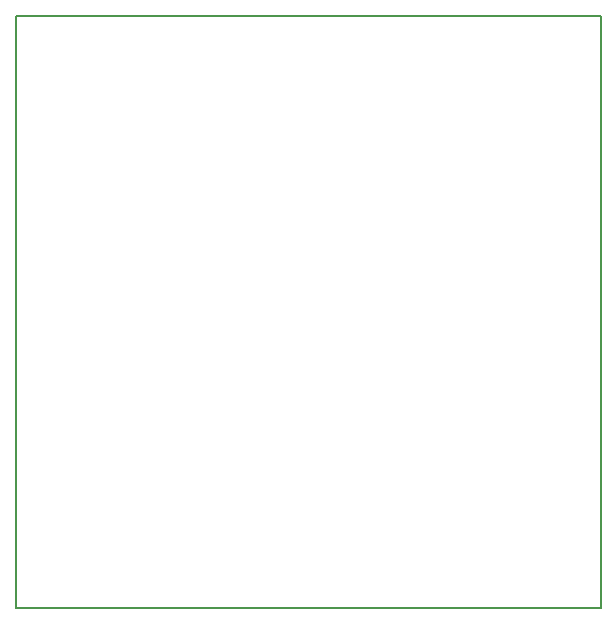
<source format=gko>
G04 #@! TF.FileFunction,Profile,NP*
%FSLAX46Y46*%
G04 Gerber Fmt 4.6, Leading zero omitted, Abs format (unit mm)*
G04 Created by KiCad (PCBNEW 4.0.5) date 03/25/17 21:33:15*
%MOMM*%
%LPD*%
G01*
G04 APERTURE LIST*
%ADD10C,0.100000*%
%ADD11C,0.150000*%
G04 APERTURE END LIST*
D10*
D11*
X100965000Y-149860000D02*
X125730000Y-149860000D01*
X125730000Y-99695000D02*
X100965000Y-99695000D01*
X125730000Y-99695000D02*
X125730000Y-149860000D01*
X76200000Y-149860000D02*
X76200000Y-99695000D01*
X76200000Y-149860000D02*
X100965000Y-149860000D01*
X100965000Y-99695000D02*
X76200000Y-99695000D01*
M02*

</source>
